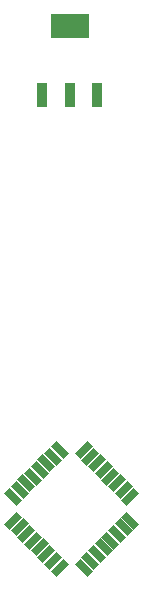
<source format=gtp>
%TF.GenerationSoftware,KiCad,Pcbnew,(6.0.2)*%
%TF.CreationDate,2022-02-18T22:42:53-07:00*%
%TF.ProjectId,Uniform,556e6966-6f72-46d2-9e6b-696361645f70,rev?*%
%TF.SameCoordinates,Original*%
%TF.FileFunction,Paste,Top*%
%TF.FilePolarity,Positive*%
%FSLAX46Y46*%
G04 Gerber Fmt 4.6, Leading zero omitted, Abs format (unit mm)*
G04 Created by KiCad (PCBNEW (6.0.2)) date 2022-02-18 22:42:53*
%MOMM*%
%LPD*%
G01*
G04 APERTURE LIST*
G04 Aperture macros list*
%AMRotRect*
0 Rectangle, with rotation*
0 The origin of the aperture is its center*
0 $1 length*
0 $2 width*
0 $3 Rotation angle, in degrees counterclockwise*
0 Add horizontal line*
21,1,$1,$2,0,0,$3*%
G04 Aperture macros list end*
%ADD10RotRect,0.600000X1.475000X225.000000*%
%ADD11RotRect,0.600000X1.475000X135.000000*%
%ADD12R,0.950000X2.150000*%
%ADD13R,3.250000X2.150000*%
G04 APERTURE END LIST*
D10*
%TO.C,U1*%
X49604320Y-170826618D03*
X50170005Y-170260932D03*
X50735690Y-169695247D03*
X51301376Y-169129561D03*
X51867061Y-168563876D03*
X52432747Y-167998190D03*
X52998432Y-167432505D03*
X53564118Y-166866820D03*
D11*
X53564118Y-164833180D03*
X52998432Y-164267495D03*
X52432747Y-163701810D03*
X51867061Y-163136124D03*
X51301376Y-162570439D03*
X50735690Y-162004753D03*
X50170005Y-161439068D03*
X49604320Y-160873382D03*
D10*
X47570680Y-160873382D03*
X47004995Y-161439068D03*
X46439310Y-162004753D03*
X45873624Y-162570439D03*
X45307939Y-163136124D03*
X44742253Y-163701810D03*
X44176568Y-164267495D03*
X43610882Y-164833180D03*
D11*
X43610882Y-166866820D03*
X44176568Y-167432505D03*
X44742253Y-167998190D03*
X45307939Y-168563876D03*
X45873624Y-169129561D03*
X46439310Y-169695247D03*
X47004995Y-170260932D03*
X47570680Y-170826618D03*
%TD*%
D12*
%TO.C,V_REG*%
X46112500Y-130800000D03*
X48412500Y-130800000D03*
X50712500Y-130800000D03*
D13*
X48412500Y-125000000D03*
%TD*%
M02*

</source>
